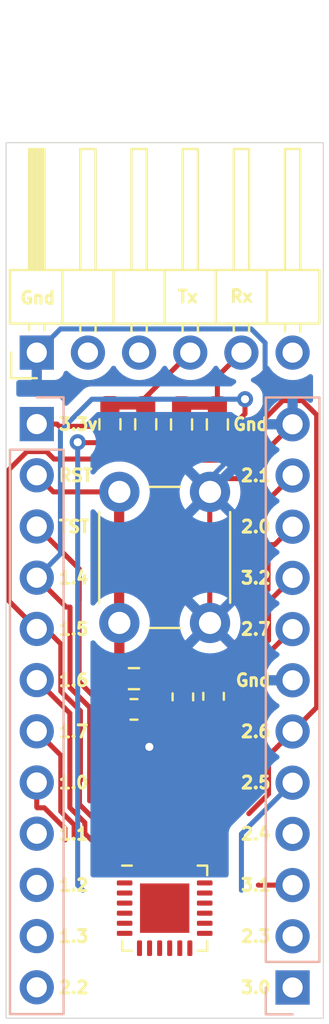
<source format=kicad_pcb>
(kicad_pcb (version 20221018) (generator pcbnew)
  (layers (0 "F.Cu" signal) (31 "B.Cu" signal) (34 "B.Paste" user) (35 "F.Paste" user) (36 "B.SilkS" user "B.Silkscreen") (37 "F.SilkS" user "F.Silkscreen") (38 "B.Mask" user) (39 "F.Mask" user) (44 "Edge.Cuts" user))
  (net 0 "")
  (net 1 "P12")
  (net 2 "P11")
  (net 3 "P10")
  (net 4 "P9")
  (net 5 "P8")
  (net 6 "P7")
  (net 7 "P6")
  (net 8 "P5")
  (net 9 "P4")
  (net 10 "P3")
  (net 11 "P2")
  (net 12 "P1")
  (net 13 "P22")
  (net 14 "P21")
  (net 15 "P20")
  (net 16 "P19")
  (net 17 "P17")
  (net 18 "P16")
  (net 19 "P15")
  (net 20 "P14")
  (net 21 "P13")
  (net 22 "VSS")
  (net 23 "VCC")
  (net 26 "RX")
  (net 27 "TX")
  (footprint "Connector_PinHeader_2.54mm:PinHeader_1x06_P2.54mm_Horizontal" (layer "F.Cu") (at 147.32 65.024 90)
    (fp_text reference "J1" hide)
    (fp_text value "Conn_01x06" hide)
    (fp_line (start -1.27 -1.27) (end 0 -1.27) (stroke (width 0.12)) (layer "F.SilkS"))
    (fp_line (start -1.27 0) (end -1.27 -1.27) (stroke (width 0.12)) (layer "F.SilkS"))
    (fp_line (start 1.042929 2.16) (end 1.44 2.16) (stroke (width 0.12)) (layer "F.SilkS"))
    (fp_line (start 1.042929 2.92) (end 1.44 2.92) (stroke (width 0.12)) (layer "F.SilkS"))
    (fp_line (start 1.042929 4.7) (end 1.44 4.7) (stroke (width 0.12)) (layer "F.SilkS"))
    (fp_line (start 1.042929 5.46) (end 1.44 5.46) (stroke (width 0.12)) (layer "F.SilkS"))
    (fp_line (start 1.042929 7.24) (end 1.44 7.24) (stroke (width 0.12)) (layer "F.SilkS"))
    (fp_line (start 1.042929 8) (end 1.44 8) (stroke (width 0.12)) (layer "F.SilkS"))
    (fp_line (start 1.042929 9.78) (end 1.44 9.78) (stroke (width 0.12)) (layer "F.SilkS"))
    (fp_line (start 1.042929 10.54) (end 1.44 10.54) (stroke (width 0.12)) (layer "F.SilkS"))
    (fp_line (start 1.042929 12.32) (end 1.44 12.32) (stroke (width 0.12)) (layer "F.SilkS"))
    (fp_line (start 1.042929 13.08) (end 1.44 13.08) (stroke (width 0.12)) (layer "F.SilkS"))
    (fp_line (start 1.11 -0.38) (end 1.44 -0.38) (stroke (width 0.12)) (layer "F.SilkS"))
    (fp_line (start 1.11 0.38) (end 1.44 0.38) (stroke (width 0.12)) (layer "F.SilkS"))
    (fp_line (start 1.44 -1.33) (end 1.44 14.03) (stroke (width 0.12)) (layer "F.SilkS"))
    (fp_line (start 1.44 1.27) (end 4.1 1.27) (stroke (width 0.12)) (layer "F.SilkS"))
    (fp_line (start 1.44 3.81) (end 4.1 3.81) (stroke (width 0.12)) (layer "F.SilkS"))
    (fp_line (start 1.44 6.35) (end 4.1 6.35) (stroke (width 0.12)) (layer "F.SilkS"))
    (fp_line (start 1.44 8.89) (end 4.1 8.89) (stroke (width 0.12)) (layer "F.SilkS"))
    (fp_line (start 1.44 11.43) (end 4.1 11.43) (stroke (width 0.12)) (layer "F.SilkS"))
    (fp_line (start 1.44 14.03) (end 4.1 14.03) (stroke (width 0.12)) (layer "F.SilkS"))
    (fp_line (start 4.1 -1.33) (end 1.44 -1.33) (stroke (width 0.12)) (layer "F.SilkS"))
    (fp_line (start 4.1 -0.38) (end 10.1 -0.38) (stroke (width 0.12)) (layer "F.SilkS"))
    (fp_line (start 4.1 -0.32) (end 10.1 -0.32) (stroke (width 0.12)) (layer "F.SilkS"))
    (fp_line (start 4.1 -0.2) (end 10.1 -0.2) (stroke (width 0.12)) (layer "F.SilkS"))
    (fp_line (start 4.1 -0.08) (end 10.1 -0.08) (stroke (width 0.12)) (layer "F.SilkS"))
    (fp_line (start 4.1 0.04) (end 10.1 0.04) (stroke (width 0.12)) (layer "F.SilkS"))
    (fp_line (start 4.1 0.16) (end 10.1 0.16) (stroke (width 0.12)) (layer "F.SilkS"))
    (fp_line (start 4.1 0.28) (end 10.1 0.28) (stroke (width 0.12)) (layer "F.SilkS"))
    (fp_line (start 4.1 2.16) (end 10.1 2.16) (stroke (width 0.12)) (layer "F.SilkS"))
    (fp_line (start 4.1 4.7) (end 10.1 4.7) (stroke (width 0.12)) (layer "F.SilkS"))
    (fp_line (start 4.1 7.24) (end 10.1 7.24) (stroke (width 0.12)) (layer "F.SilkS"))
    (fp_line (start 4.1 9.78) (end 10.1 9.78) (stroke (width 0.12)) (layer "F.SilkS"))
    (fp_line (start 4.1 12.32) (end 10.1 12.32) (stroke (width 0.12)) (layer "F.SilkS"))
    (fp_line (start 4.1 14.03) (end 4.1 -1.33) (stroke (width 0.12)) (layer "F.SilkS"))
    (fp_line (start 10.1 -0.38) (end 10.1 0.38) (stroke (width 0.12)) (layer "F.SilkS"))
    (fp_line (start 10.1 0.38) (end 4.1 0.38) (stroke (width 0.12)) (layer "F.SilkS"))
    (fp_line (start 10.1 2.16) (end 10.1 2.92) (stroke (width 0.12)) (layer "F.SilkS"))
    (fp_line (start 10.1 2.92) (end 4.1 2.92) (stroke (width 0.12)) (layer "F.SilkS"))
    (fp_line (start 10.1 4.7) (end 10.1 5.46) (stroke (width 0.12)) (layer "F.SilkS"))
    (fp_line (start 10.1 5.46) (end 4.1 5.46) (stroke (width 0.12)) (layer "F.SilkS"))
    (fp_line (start 10.1 7.24) (end 10.1 8) (stroke (width 0.12)) (layer "F.SilkS"))
    (fp_line (start 10.1 8) (end 4.1 8) (stroke (width 0.12)) (layer "F.SilkS"))
    (fp_line (start 10.1 9.78) (end 10.1 10.54) (stroke (width 0.12)) (layer "F.SilkS"))
    (fp_line (start 10.1 10.54) (end 4.1 10.54) (stroke (width 0.12)) (layer "F.SilkS"))
    (fp_line (start 10.1 12.32) (end 10.1 13.08) (stroke (width 0.12)) (layer "F.SilkS"))
    (fp_line (start 10.1 13.08) (end 4.1 13.08) (stroke (width 0.12)) (layer "F.SilkS"))
    (pad "1" thru_hole rect (at 0 0 90) (size 1.7 1.7) (drill 1) (layers "*.Cu" "*.Mask") (net 22 "VSS"))
    (pad "2" thru_hole oval (at 0 2.54 90) (size 1.7 1.7) (drill 1) (layers "*.Cu" "*.Mask"))
    (pad "3" thru_hole oval (at 0 5.08 90) (size 1.7 1.7) (drill 1) (layers "*.Cu" "*.Mask"))
    (pad "4" thru_hole oval (at 0 7.62 90) (size 1.7 1.7) (drill 1) (layers "*.Cu" "*.Mask") (net 26 "RX"))
    (pad "5" thru_hole oval (at 0 10.16 90) (size 1.7 1.7) (drill 1) (layers "*.Cu" "*.Mask") (net 27 "TX"))
    (pad "6" thru_hole oval (at 0 12.7 90) (size 1.7 1.7) (drill 1) (layers "*.Cu" "*.Mask"))
  )
  (footprint "Package_DFN_QFN:VQFN-24-1EP_4x4mm_P0.5mm_EP2.45x2.45mm" (layer "F.Cu") (at 153.67 92.583)
    (fp_text reference "U1" hide)
    (fp_text value "MSP430FR2433RGE")
    (fp_line (start -2.11 2.11) (end -2.11 1.635) (stroke (width 0.12)) (layer "F.SilkS"))
    (fp_line (start -1.635 -2.11) (end -2.11 -2.11) (stroke (width 0.12)) (layer "F.SilkS"))
    (fp_line (start -1.635 2.11) (end -2.11 2.11) (stroke (width 0.12)) (layer "F.SilkS"))
    (fp_line (start 1.635 -2.11) (end 2.11 -2.11) (stroke (width 0.12)) (layer "F.SilkS"))
    (fp_line (start 1.635 2.11) (end 2.11 2.11) (stroke (width 0.12)) (layer "F.SilkS"))
    (fp_line (start 2.11 -2.11) (end 2.11 -1.635) (stroke (width 0.12)) (layer "F.SilkS"))
    (fp_line (start 2.11 2.11) (end 2.11 1.635) (stroke (width 0.12)) (layer "F.SilkS"))
    (pad "1" smd roundrect (at -1.9875 -1.25) (size 0.775 0.25) (layers "F.Cu" "F.Paste" "F.Mask") (net 12 "P1"))
    (pad "2" smd roundrect (at -1.9875 -0.75) (size 0.775 0.25) (layers "F.Cu" "F.Paste" "F.Mask") (net 11 "P2"))
    (pad "3" smd roundrect (at -1.9875 -0.25) (size 0.775 0.25) (layers "F.Cu" "F.Paste" "F.Mask") (net 10 "P3"))
    (pad "4" smd roundrect (at -1.9875 0.25) (size 0.775 0.25) (layers "F.Cu" "F.Paste" "F.Mask") (net 9 "P4"))
    (pad "5" smd roundrect (at -1.9875 0.75) (size 0.775 0.25) (layers "F.Cu" "F.Paste" "F.Mask") (net 8 "P5"))
    (pad "6" smd roundrect (at -1.9875 1.25) (size 0.775 0.25) (layers "F.Cu" "F.Paste" "F.Mask") (net 7 "P6"))
    (pad "7" smd roundrect (at -1.25 1.9875) (size 0.25 0.775) (layers "F.Cu" "F.Paste" "F.Mask") (net 6 "P7"))
    (pad "8" smd roundrect (at -0.75 1.9875) (size 0.25 0.775) (layers "F.Cu" "F.Paste" "F.Mask") (net 5 "P8"))
    (pad "9" smd roundrect (at -0.25 1.9875) (size 0.25 0.775) (layers "F.Cu" "F.Paste" "F.Mask") (net 4 "P9"))
    (pad "10" smd roundrect (at 0.25 1.9875) (size 0.25 0.775) (layers "F.Cu" "F.Paste" "F.Mask") (net 3 "P10"))
    (pad "11" smd roundrect (at 0.75 1.9875) (size 0.25 0.775) (layers "F.Cu" "F.Paste" "F.Mask") (net 2 "P11"))
    (pad "12" smd roundrect (at 1.25 1.9875) (size 0.25 0.775) (layers "F.Cu" "F.Paste" "F.Mask") (net 1 "P12"))
    (pad "13" smd roundrect (at 1.9875 1.25) (size 0.775 0.25) (layers "F.Cu" "F.Paste" "F.Mask") (net 21 "P13"))
    (pad "14" smd roundrect (at 1.9875 0.75) (size 0.775 0.25) (layers "F.Cu" "F.Paste" "F.Mask") (net 20 "P14"))
    (pad "15" smd roundrect (at 1.9875 0.25) (size 0.775 0.25) (layers "F.Cu" "F.Paste" "F.Mask") (net 19 "P15"))
    (pad "16" smd roundrect (at 1.9875 -0.25) (size 0.775 0.25) (layers "F.Cu" "F.Paste" "F.Mask") (net 18 "P16"))
    (pad "17" smd roundrect (at 1.9875 -0.75) (size 0.775 0.25) (layers "F.Cu" "F.Paste" "F.Mask") (net 17 "P17"))
    (pad "18" smd roundrect (at 1.9875 -1.25) (size 0.775 0.25) (layers "F.Cu" "F.Paste" "F.Mask") (net 22 "VSS"))
    (pad "19" smd roundrect (at 1.25 -1.9875) (size 0.25 0.775) (layers "F.Cu" "F.Paste" "F.Mask") (net 16 "P19"))
    (pad "20" smd roundrect (at 0.75 -1.9875) (size 0.25 0.775) (layers "F.Cu" "F.Paste" "F.Mask") (net 15 "P20"))
    (pad "21" smd roundrect (at 0.25 -1.9875) (size 0.25 0.775) (layers "F.Cu" "F.Paste" "F.Mask") (net 14 "P21"))
    (pad "22" smd roundrect (at -0.25 -1.9875) (size 0.25 0.775) (layers "F.Cu" "F.Paste" "F.Mask") (net 13 "P22"))
    (pad "23" smd roundrect (at -0.75 -1.9875) (size 0.25 0.775) (layers "F.Cu" "F.Paste" "F.Mask") (net 22 "VSS"))
    (pad "24" smd roundrect (at -1.25 -1.9875) (size 0.25 0.775) (layers "F.Cu" "F.Paste" "F.Mask") (net 23 "VCC"))
    (pad "25" smd rect (at 0 0) (size 2.45 2.45) (layers "F.Cu" "F.Mask"))
  )
  (footprint "Resistor_SMD:R_0603_1608Metric_Pad0.98x0.95mm_HandSolder" (layer "F.Cu") (at 152.7302 68.58 90)
    (fp_text reference "R1" hide)
    (fp_text value "0")
    (fp_line (start -0.254724 -0.5225) (end 0.254724 -0.5225) (stroke (width 0.12)) (layer "F.SilkS"))
    (fp_line (start -0.254724 0.5225) (end 0.254724 0.5225) (stroke (width 0.12)) (layer "F.SilkS"))
    (pad "1" smd roundrect (at -0.9125 0 90) (size 0.975 0.95) (layers "F.Cu" "F.Paste" "F.Mask") (net 9 "P4"))
    (pad "2" smd roundrect (at 0.9125 0 90) (size 0.975 0.95) (layers "F.Cu" "F.Paste" "F.Mask") (net 26 "RX"))
  )
  (footprint "Capacitor_SMD:C_0603_1608Metric_Pad1.05x0.95mm_HandSolder" (layer "F.Cu") (at 152.146 82.723)
    (fp_text reference "C3" hide)
    (fp_text value "1nF")
    (fp_line (start -0.171267 -0.51) (end 0.171267 -0.51) (stroke (width 0.12)) (layer "F.SilkS"))
    (fp_line (start -0.171267 0.51) (end 0.171267 0.51) (stroke (width 0.12)) (layer "F.SilkS"))
    (pad "1" smd roundrect (at -0.875 0) (size 1.05 0.95) (layers "F.Cu" "F.Paste" "F.Mask") (net 12 "P1"))
    (pad "2" smd roundrect (at 0.875 0) (size 1.05 0.95) (layers "F.Cu" "F.Paste" "F.Mask") (net 22 "VSS"))
  )
  (footprint "Capacitor_SMD:C_0603_1608Metric_Pad1.05x0.95mm_HandSolder" (layer "F.Cu") (at 154.573 82.102 -90)
    (fp_text reference "C2" hide)
    (fp_text value "100nF" hide)
    (fp_line (start -0.171267 -0.51) (end 0.171267 -0.51) (stroke (width 0.12)) (layer "F.SilkS"))
    (fp_line (start -0.171267 0.51) (end 0.171267 0.51) (stroke (width 0.12)) (layer "F.SilkS"))
    (pad "1" smd roundrect (at -0.875 0 270) (size 1.05 0.95) (layers "F.Cu" "F.Paste" "F.Mask") (net 23 "VCC"))
    (pad "2" smd roundrect (at 0.875 0 270) (size 1.05 0.95) (layers "F.Cu" "F.Paste" "F.Mask") (net 22 "VSS"))
  )
  (footprint "Button_Switch_THT:SW_PUSH_6mm_H5mm" (layer "F.Cu") (at 151.42 78.434 90)
    (fp_text reference "SW1" hide)
    (fp_text value "SW_Push")
    (fp_line (start -0.25 1.5) (end -0.25 3) (stroke (width 0.12)) (layer "F.SilkS"))
    (fp_line (start 1 5.5) (end 5.5 5.5) (stroke (width 0.12)) (layer "F.SilkS"))
    (fp_line (start 5.5 -1) (end 1 -1) (stroke (width 0.12)) (layer "F.SilkS"))
    (fp_line (start 6.75 3) (end 6.75 1.5) (stroke (width 0.12)) (layer "F.SilkS"))
    (pad "1" thru_hole circle (at 0 0 180) (size 2 2) (drill 1.1) (layers "*.Cu" "*.Mask") (net 12 "P1"))
    (pad "1" thru_hole circle (at 6.5 0 180) (size 2 2) (drill 1.1) (layers "*.Cu" "*.Mask") (net 12 "P1"))
    (pad "2" thru_hole circle (at 0 4.5 180) (size 2 2) (drill 1.1) (layers "*.Cu" "*.Mask") (net 22 "VSS"))
    (pad "2" thru_hole circle (at 6.5 4.5 180) (size 2 2) (drill 1.1) (layers "*.Cu" "*.Mask") (net 22 "VSS"))
  )
  (footprint "Capacitor_SMD:C_0603_1608Metric_Pad1.05x0.95mm_HandSolder" (layer "F.Cu") (at 156.097 82.074 -90)
    (fp_text reference "C1" hide)
    (fp_text value "10uF")
    (fp_line (start -0.171267 -0.51) (end 0.171267 -0.51) (stroke (width 0.12)) (layer "F.SilkS"))
    (fp_line (start -0.171267 0.51) (end 0.171267 0.51) (stroke (width 0.12)) (layer "F.SilkS"))
    (pad "1" smd roundrect (at -0.875 0 270) (size 1.05 0.95) (layers "F.Cu" "F.Paste" "F.Mask") (net 23 "VCC"))
    (pad "2" smd roundrect (at 0.875 0 270) (size 1.05 0.95) (layers "F.Cu" "F.Paste" "F.Mask") (net 22 "VSS"))
  )
  (footprint "Resistor_SMD:R_0603_1608Metric_Pad0.98x0.95mm_HandSolder" (layer "F.Cu") (at 156.2862 68.589 90)
    (fp_text reference "R3" hide)
    (fp_text value "0" hide)
    (fp_line (start -0.254724 -0.5225) (end 0.254724 -0.5225) (stroke (width 0.12)) (layer "F.SilkS"))
    (fp_line (start -0.254724 0.5225) (end 0.254724 0.5225) (stroke (width 0.12)) (layer "F.SilkS"))
    (pad "1" smd roundrect (at -0.9125 0 90) (size 0.975 0.95) (layers "F.Cu" "F.Paste" "F.Mask") (net 10 "P3"))
    (pad "2" smd roundrect (at 0.9125 0 90) (size 0.975 0.95) (layers "F.Cu" "F.Paste" "F.Mask") (net 27 "TX"))
  )
  (footprint "Resistor_SMD:R_0603_1608Metric_Pad0.98x0.95mm_HandSolder" (layer "F.Cu") (at 152.146 81.199 180)
    (fp_text reference "R5" hide)
    (fp_text value "47k" hide)
    (fp_line (start -0.254724 -0.5225) (end 0.254724 -0.5225) (stroke (width 0.12)) (layer "F.SilkS"))
    (fp_line (start -0.254724 0.5225) (end 0.254724 0.5225) (stroke (width 0.12)) (layer "F.SilkS"))
    (pad "1" smd roundrect (at -0.9125 0 180) (size 0.975 0.95) (layers "F.Cu" "F.Paste" "F.Mask") (net 23 "VCC"))
    (pad "2" smd roundrect (at 0.9125 0 180) (size 0.975 0.95) (layers "F.Cu" "F.Paste" "F.Mask") (net 12 "P1"))
  )
  (footprint "Resistor_SMD:R_0603_1608Metric_Pad0.98x0.95mm_HandSolder" (layer "F.Cu") (at 154.5082 68.589 90)
    (fp_text reference "R4" hide)
    (fp_text value "0")
    (fp_line (start -0.254724 -0.5225) (end 0.254724 -0.5225) (stroke (width 0.12)) (layer "F.SilkS"))
    (fp_line (start -0.254724 0.5225) (end 0.254724 0.5225) (stroke (width 0.12)) (layer "F.SilkS"))
    (pad "1" smd roundrect (at -0.9125 0 90) (size 0.975 0.95) (layers "F.Cu" "F.Paste" "F.Mask") (net 17 "P17"))
    (pad "2" smd roundrect (at 0.9125 0 90) (size 0.975 0.95) (layers "F.Cu" "F.Paste" "F.Mask") (net 27 "TX"))
  )
  (footprint "Resistor_SMD:R_0603_1608Metric_Pad0.98x0.95mm_HandSolder" (layer "F.Cu") (at 150.9522 68.58 90)
    (fp_text reference "R2" hide)
    (fp_text value "0")
    (fp_line (start -0.254724 -0.5225) (end 0.254724 -0.5225) (stroke (width 0.12)) (layer "F.SilkS"))
    (fp_line (start -0.254724 0.5225) (end 0.254724 0.5225) (stroke (width 0.12)) (layer "F.SilkS"))
    (pad "1" smd roundrect (at -0.9125 0 90) (size 0.975 0.95) (layers "F.Cu" "F.Paste" "F.Mask") (net 18 "P16"))
    (pad "2" smd roundrect (at 0.9125 0 90) (size 0.975 0.95) (layers "F.Cu" "F.Paste" "F.Mask") (net 26 "RX"))
  )
  (footprint "Connector_PinHeader_2.54mm:PinHeader_1x12_P2.54mm_Vertical" (layer "B.Cu") (at 147.32 68.57 180)
    (fp_text reference "J2" hide)
    (fp_text value "Conn_01x12" hide)
    (fp_line (start -1.33 -29.27) (end 1.33 -29.27) (stroke (width 0.12)) (layer "B.SilkS"))
    (fp_line (start -1.33 -1.27) (end -1.33 -29.27) (stroke (width 0.12)) (layer "B.SilkS"))
    (fp_line (start -1.33 -1.27) (end 1.33 -1.27) (stroke (width 0.12)) (layer "B.SilkS"))
    (fp_line (start -1.33 0) (end -1.33 1.33) (stroke (width 0.12)) (layer "B.SilkS"))
    (fp_line (start -1.33 1.33) (end 0 1.33) (stroke (width 0.12)) (layer "B.SilkS"))
    (fp_line (start 1.33 -1.27) (end 1.33 -29.27) (stroke (width 0.12)) (layer "B.SilkS"))
    (pad "1" thru_hole rect (at 0 0 180) (size 1.7 1.7) (drill 1) (layers "*.Cu" "*.Mask") (net 23 "VCC"))
    (pad "2" thru_hole oval (at 0 -2.54 180) (size 1.7 1.7) (drill 1) (layers "*.Cu" "*.Mask") (net 12 "P1"))
    (pad "3" thru_hole oval (at 0 -5.08 180) (size 1.7 1.7) (drill 1) (layers "*.Cu" "*.Mask") (net 11 "P2"))
    (pad "4" thru_hole oval (at 0 -7.62 180) (size 1.7 1.7) (drill 1) (layers "*.Cu" "*.Mask") (net 10 "P3"))
    (pad "5" thru_hole oval (at 0 -10.16 180) (size 1.7 1.7) (drill 1) (layers "*.Cu" "*.Mask") (net 9 "P4"))
    (pad "6" thru_hole oval (at 0 -12.7 180) (size 1.7 1.7) (drill 1) (layers "*.Cu" "*.Mask") (net 8 "P5"))
    (pad "7" thru_hole oval (at 0 -15.24 180) (size 1.7 1.7) (drill 1) (layers "*.Cu" "*.Mask") (net 7 "P6"))
    (pad "8" thru_hole oval (at 0 -17.78 180) (size 1.7 1.7) (drill 1) (layers "*.Cu" "*.Mask") (net 6 "P7"))
    (pad "9" thru_hole oval (at 0 -20.32 180) (size 1.7 1.7) (drill 1) (layers "*.Cu" "*.Mask") (net 5 "P8"))
    (pad "10" thru_hole oval (at 0 -22.86 180) (size 1.7 1.7) (drill 1) (layers "*.Cu" "*.Mask") (net 4 "P9"))
    (pad "11" thru_hole oval (at 0 -25.4 180) (size 1.7 1.7) (drill 1) (layers "*.Cu" "*.Mask") (net 3 "P10"))
    (pad "12" thru_hole oval (at 0 -27.94 180) (size 1.7 1.7) (drill 1) (layers "*.Cu" "*.Mask") (net 2 "P11"))
  )
  (footprint "Connector_PinHeader_2.54mm:PinHeader_1x12_P2.54mm_Vertical" (layer "B.Cu") (at 160.02 96.52)
    (fp_text reference "J3" hide)
    (fp_text value "Conn_01x12" hide)
    (fp_line (start -1.33 -29.27) (end 1.33 -29.27) (stroke (width 0.12)) (layer "B.SilkS"))
    (fp_line (start -1.33 -1.27) (end -1.33 -29.27) (stroke (width 0.12)) (layer "B.SilkS"))
    (fp_line (start -1.33 -1.27) (end 1.33 -1.27) (stroke (width 0.12)) (layer "B.SilkS"))
    (fp_line (start -1.33 0) (end -1.33 1.33) (stroke (width 0.12)) (layer "B.SilkS"))
    (fp_line (start -1.33 1.33) (end 0 1.33) (stroke (width 0.12)) (layer "B.SilkS"))
    (fp_line (start 1.33 -1.27) (end 1.33 -29.27) (stroke (width 0.12)) (layer "B.SilkS"))
    (pad "1" thru_hole rect (at 0 0) (size 1.7 1.7) (drill 1) (layers "*.Cu" "*.Mask") (net 1 "P12"))
    (pad "2" thru_hole oval (at 0 -2.54) (size 1.7 1.7) (drill 1) (layers "*.Cu" "*.Mask") (net 21 "P13"))
    (pad "3" thru_hole oval (at 0 -5.08) (size 1.7 1.7) (drill 1) (layers "*.Cu" "*.Mask") (net 20 "P14"))
    (pad "4" thru_hole oval (at 0 -7.62) (size 1.7 1.7) (drill 1) (layers "*.Cu" "*.Mask") (net 19 "P15"))
    (pad "5" thru_hole oval (at 0 -10.16) (size 1.7 1.7) (drill 1) (layers "*.Cu" "*.Mask") (net 18 "P16"))
    (pad "6" thru_hole oval (at 0 -12.7) (size 1.7 1.7) (drill 1) (layers "*.Cu" "*.Mask") (net 17 "P17"))
    (pad "7" thru_hole oval (at 0 -15.24) (size 1.7 1.7) (drill 1) (layers "*.Cu" "*.Mask") (net 22 "VSS"))
    (pad "8" thru_hole oval (at 0 -17.78) (size 1.7 1.7) (drill 1) (layers "*.Cu" "*.Mask") (net 16 "P19"))
    (pad "9" thru_hole oval (at 0 -20.32) (size 1.7 1.7) (drill 1) (layers "*.Cu" "*.Mask") (net 15 "P20"))
    (pad "10" thru_hole oval (at 0 -22.86) (size 1.7 1.7) (drill 1) (layers "*.Cu" "*.Mask") (net 14 "P21"))
    (pad "11" thru_hole oval (at 0 -25.4) (size 1.7 1.7) (drill 1) (layers "*.Cu" "*.Mask") (net 13 "P22"))
    (pad "12" thru_hole oval (at 0 -27.94) (size 1.7 1.7) (drill 1) (layers "*.Cu" "*.Mask") (net 22 "VSS"))
  )
  (gr_line (start 161.544 54.61) (end 145.796 54.61) (stroke (width 0.05)) (layer "Edge.Cuts"))
  (gr_line (start 145.796 54.61) (end 145.796 98.044) (stroke (width 0.05)) (layer "Edge.Cuts"))
  (gr_line (start 161.544 98.044) (end 161.544 54.61) (stroke (width 0.05)) (layer "Edge.Cuts"))
  (gr_line (start 145.796 98.044) (end 161.544 98.044) (stroke (width 0.05)) (layer "Edge.Cuts"))
  (gr_text "1.1" (at 148.336 88.9) (layer "F.SilkS") (effects (font (size 0.6 0.6)) (justify left)))
  (gr_text "3.3v" (at 148.336 68.58) (layer "F.SilkS") (effects (font (size 0.6 0.6)) (justify left)))
  (gr_text "1.2" (at 148.336 91.44) (layer "F.SilkS") (effects (font (size 0.6 0.6)) (justify left)))
  (gr_text "TST" (at 148.336 73.66) (layer "F.SilkS") (effects (font (size 0.6 0.6)) (justify left)))
  (gr_text "Gnd" (at 147.3708 62.3062) (layer "F.SilkS") (effects (font (size 0.6 0.6))))
  (gr_text "Tx" (at 154.813 62.254) (layer "F.SilkS") (effects (font (size 0.6 0.6))))
  (gr_text "Rx" (at 157.48 62.23) (layer "F.SilkS") (effects (font (size 0.6 0.6))))
  (gr_text "2.5" (at 159.004 86.36) (layer "F.SilkS") (effects (font (size 0.6 0.6)) (justify right)))
  (gr_text "2.2" (at 148.336 96.52) (layer "F.SilkS") (effects (font (size 0.6 0.6)) (justify left)))
  (gr_text "1.4" (at 148.336 76.2) (layer "F.SilkS") (effects (font (size 0.6 0.6)) (justify left)))
  (gr_text "2.4" (at 159.004 88.9) (layer "F.SilkS") (effects (font (size 0.6 0.6)) (justify right)))
  (gr_text "2.3" (at 159.004 93.98) (layer "F.SilkS") (effects (font (size 0.6 0.6)) (justify right)))
  (gr_text "3.0" (at 159.004 96.52) (layer "F.SilkS") (effects (font (size 0.6 0.6)) (justify right)))
  (gr_text "1.0" (at 148.336 86.36) (layer "F.SilkS") (effects (font (size 0.6 0.6)) (justify left)))
  (gr_text "1.3" (at 148.336 93.98) (layer "F.SilkS") (effects (font (size 0.6 0.6)) (justify left)))
  (gr_text "1.6" (at 148.336 81.28) (layer "F.SilkS") (effects (font (size 0.6 0.6)) (justify left)))
  (gr_text "1.7" (at 148.336 83.82) (layer "F.SilkS") (effects (font (size 0.6 0.6)) (justify left)))
  (gr_text "RST" (at 148.336 71.12) (layer "F.SilkS") (effects (font (size 0.6 0.6)) (justify left)))
  (gr_text "Gnd" (at 158.877 68.58) (layer "F.SilkS") (effects (font (size 0.6 0.6)) (justify right)))
  (gr_text "2.7" (at 159.004 78.74) (layer "F.SilkS") (effects (font (size 0.6 0.6)) (justify right)))
  (gr_text "2.0" (at 159.004 73.66) (layer "F.SilkS") (effects (font (size 0.6 0.6)) (justify right)))
  (gr_text "1.5" (at 148.336 78.74) (layer "F.SilkS") (effects (font (size 0.6 0.6)) (justify left)))
  (gr_text "Gnd" (at 159.004 81.28) (layer "F.SilkS") (effects (font (size 0.6 0.6)) (justify right)))
  (gr_text "2.1" (at 159.004 71.12) (layer "F.SilkS") (effects (font (size 0.6 0.6)) (justify right)))
  (gr_text "3.1" (at 159.004 91.44) (layer "F.SilkS") (effects (font (size 0.6 0.6)) (justify right)))
  (gr_text "3.2" (at 159.004 76.2) (layer "F.SilkS") (effects (font (size 0.6 0.6)) (justify right)))
  (gr_text "2.6" (at 159.004 83.82) (layer "F.SilkS") (effects (font (size 0.6 0.6)) (justify right)))
  (segment (start 147.32 87.5792) (end 147.32 86.35) (width 0.25) (layer "F.Cu") (net 6))
  (segment (start 148.717 88.625299) (end 147.696301 87.6046) (width 0.25) (layer "F.Cu") (net 6))
  (segment (start 148.717 89.2048) (end 148.717 88.625299) (width 0.25) (layer "F.Cu") (net 6))
  (segment (start 147.3454 87.6046) (end 147.32 87.5792) (width 0.25) (layer "F.Cu") (net 6))
  (segment (start 147.696301 87.6046) (end 147.3454 87.6046) (width 0.25) (layer "F.Cu") (net 6))
  (segment (start 148.5138 85.0038) (end 147.32 83.81) (width 0.25) (layer "F.Cu") (net 7))
  (segment (start 148.5138 86.6648) (end 148.5138 85.0038) (width 0.25) (layer "F.Cu") (net 7))
  (segment (start 149.174898 89.026302) (end 149.174898 88.446801) (width 0.25) (layer "F.Cu") (net 7))
  (segment (start 148.512148 87.784051) (end 148.512148 86.666452) (width 0.25) (layer "F.Cu") (net 7))
  (segment (start 149.174898 88.446801) (end 148.512148 87.784051) (width 0.25) (layer "F.Cu") (net 7))
  (segment (start 148.512148 86.666452) (end 148.5138 86.6648) (width 0.25) (layer "F.Cu") (net 7))
  (segment (start 148.9638 86.0878) (end 148.9638 82.9138) (width 0.25) (layer "F.Cu") (net 8))
  (segment (start 148.9638 82.9138) (end 147.32 81.27) (width 0.25) (layer "F.Cu") (net 8))
  (segment (start 148.9638 87.596003) (end 148.9638 86.2584) (width 0.25) (layer "F.Cu") (net 8))
  (segment (start 149.7076 88.343107) (end 148.962148 87.597655) (width 0.25) (layer "F.Cu") (net 8))
  (segment (start 149.7076 88.8746) (end 149.7076 88.343107) (width 0.25) (layer "F.Cu") (net 8))
  (segment (start 148.962148 87.597655) (end 148.9638 87.596003) (width 0.25) (layer "F.Cu") (net 8))
  (segment (start 148.9638 86.36) (end 148.9638 86.0878) (width 0.25) (layer "F.Cu") (net 8))
  (segment (start 150.229 89.396) (end 149.7076 88.8746) (width 0.25) (layer "F.Cu") (net 8))
  (segment (start 146.833299 69.935) (end 145.9484 70.819899) (width 0.25) (layer "F.Cu") (net 9))
  (segment (start 148.5138 79.4766) (end 147.7672 78.73) (width 0.25) (layer "F.Cu") (net 9))
  (segment (start 150.1576 88.588) (end 150.1576 88.156711) (width 0.25) (layer "F.Cu") (net 9))
  (segment (start 147.806701 69.935) (end 146.833299 69.935) (width 0.25) (layer "F.Cu") (net 9))
  (segment (start 148.176701 70.305) (end 147.806701 69.935) (width 0.25) (layer "F.Cu") (net 9))
  (segment (start 149.440644 86.296756) (end 149.488798 86.248602) (width 0.25) (layer "F.Cu") (net 9))
  (segment (start 150.1576 88.156711) (end 149.440644 87.439755) (width 0.25) (layer "F.Cu") (net 9))
  (segment (start 145.9484 77.3584) (end 147.32 78.73) (width 0.25) (layer "F.Cu") (net 9))
  (segment (start 152.7302 69.4925) (end 151.9177 70.305) (width 0.25) (layer "F.Cu") (net 9))
  (segment (start 148.5138 81.827404) (end 148.5138 79.4766) (width 0.25) (layer "F.Cu") (net 9))
  (segment (start 149.488798 86.248602) (end 149.488798 82.802402) (width 0.25) (layer "F.Cu") (net 9))
  (segment (start 149.440644 87.439755) (end 149.440644 86.296756) (width 0.25) (layer "F.Cu") (net 9))
  (segment (start 145.9484 70.819899) (end 145.9484 77.3584) (width 0.25) (layer "F.Cu") (net 9))
  (segment (start 147.7672 78.73) (end 147.32 78.73) (width 0.25) (layer "F.Cu") (net 9))
  (segment (start 151.9177 70.305) (end 148.176701 70.305) (width 0.25) (layer "F.Cu") (net 9))
  (segment (start 149.488798 82.802402) (end 148.5138 81.827404) (width 0.25) (layer "F.Cu") (net 9))
  (segment (start 149.946696 87.260892) (end 149.946696 85.816104) (width 0.25) (layer "F.Cu") (net 10))
  (segment (start 149.946696 86.070104) (end 149.946696 82.623904) (width 0.25) (layer "F.Cu") (net 10))
  (segment (start 148.971 81.648208) (end 148.971 77.6478) (width 0.25) (layer "F.Cu") (net 10))
  (segment (start 149.946696 82.623904) (end 148.971 81.648208) (width 0.25) (layer "F.Cu") (net 10))
  (segment (start 148.971 77.6478) (end 148.7778 77.6478) (width 0.25) (layer "F.Cu") (net 10))
  (segment (start 157.6578 67.3354) (end 157.6578 68.0574) (width 0.25) (layer "F.Cu") (net 10))
  (segment (start 148.7778 77.6478) (end 147.32 76.19) (width 0.25) (layer "F.Cu") (net 10))
  (segment (start 157.6578 68.0574) (end 156.2862 69.429) (width 0.25) (layer "F.Cu") (net 10))
  (via (at 157.6578 67.3354) (size 0.8) (drill 0.4) (layers "F.Cu" "B.Cu") (net 10))
  (segment (start 150.053895 67.3354) (end 148.495 68.894295) (width 0.25) (layer "B.Cu") (net 10))
  (segment (start 148.495 75.015) (end 147.32 76.19) (width 0.25) (layer "B.Cu") (net 10))
  (segment (start 150.053895 67.3354) (end 157.6578 67.3354) (width 0.25) (layer "B.Cu") (net 10))
  (segment (start 148.495 68.894295) (end 148.495 75.015) (width 0.25) (layer "B.Cu") (net 10))
  (segment (start 149.4282 77.3176) (end 149.4282 75.7582) (width 0.25) (layer "F.Cu") (net 11))
  (segment (start 150.396696 82.331896) (end 149.421 81.3562) (width 0.25) (layer "F.Cu") (net 11))
  (segment (start 149.4282 75.7582) (end 147.32 73.65) (width 0.25) (layer "F.Cu") (net 11))
  (segment (start 149.421 77.3248) (end 149.4282 77.3176) (width 0.25) (layer "F.Cu") (net 11))
  (segment (start 150.396696 87.074496) (end 150.396696 82.331896) (width 0.25) (layer "F.Cu") (net 11))
  (segment (start 149.421 81.3562) (end 149.421 77.3248) (width 0.25) (layer "F.Cu") (net 11))
  (segment (start 151.0792 82.9148) (end 151.271 82.723) (width 0.25) (layer "F.Cu") (net 12))
  (segment (start 151.0811 78.1031) (end 151.4094 77.7748) (width 0.508) (layer "F.Cu") (net 12))
  (segment (start 151.42 81.0125) (end 151.2335 81.199) (width 0.508) (layer "F.Cu") (net 12))
  (segment (start 151.42 78.434) (end 151.42 81.0125) (width 0.508) (layer "F.Cu") (net 12))
  (segment (start 151.4094 77.7748) (end 151.4094 71.2748) (width 0.508) (layer "F.Cu") (net 12))
  (segment (start 148.144 71.934) (end 147.32 71.11) (width 0.25) (layer "F.Cu") (net 12))
  (segment (start 151.2335 81.199) (end 151.2335 82.6855) (width 0.508) (layer "F.Cu") (net 12))
  (segment (start 151.42 71.934) (end 148.144 71.934) (width 0.25) (layer "F.Cu") (net 12))
  (segment (start 151.0792 85.9536) (end 151.0792 82.9148) (width 0.25) (layer "F.Cu") (net 12))
  (segment (start 151.2335 82.6855) (end 151.271 82.723) (width 0.508) (layer "F.Cu") (net 12))
  (segment (start 158.3508 76.5484) (end 158.3508 72.7892) (width 0.25) (layer "F.Cu") (net 13))
  (segment (start 156.903 84.455) (end 156.903 79.693812) (width 0.25) (layer "F.Cu") (net 13))
  (segment (start 157.744606 78.852206) (end 157.744606 77.175806) (width 0.25) (layer "F.Cu") (net 13))
  (segment (start 157.734 77.1652) (end 158.3508 76.5484) (width 0.25) (layer "F.Cu") (net 13))
  (segment (start 156.903 79.693812) (end 157.744606 78.852206) (width 0.25) (layer "F.Cu") (net 13))
  (segment (start 154.9152 84.455) (end 156.903 84.455) (width 0.25) (layer "F.Cu") (net 13))
  (segment (start 158.3508 72.7892) (end 160.02 71.12) (width 0.25) (layer "F.Cu") (net 13))
  (segment (start 157.744606 77.175806) (end 157.734 77.1652) (width 0.25) (layer "F.Cu") (net 13))
  (segment (start 153.42 85.9502) (end 154.9152 84.455) (width 0.25) (layer "F.Cu") (net 13))
  (segment (start 155.054596 84.952) (end 157.353 84.952) (width 0.25) (layer "F.Cu") (net 14))
  (segment (start 158.8008 74.549) (end 159.131 74.549) (width 0.25) (layer "F.Cu") (net 14))
  (segment (start 159.131 74.549) (end 160.02 73.66) (width 0.25) (layer "F.Cu") (net 14))
  (segment (start 158.194606 77.388998) (end 158.8008 76.782804) (width 0.25) (layer "F.Cu") (net 14))
  (segment (start 158.8008 76.782804) (end 158.8008 74.549) (width 0.25) (layer "F.Cu") (net 14))
  (segment (start 153.92 86.086596) (end 155.054596 84.952) (width 0.25) (layer "F.Cu") (net 14))
  (segment (start 158.194606 79.038602) (end 158.194606 77.388998) (width 0.25) (layer "F.Cu") (net 14))
  (segment (start 157.353 79.880208) (end 158.194606 79.038602) (width 0.25) (layer "F.Cu") (net 14))
  (segment (start 157.353 84.952) (end 157.353 79.880208) (width 0.25) (layer "F.Cu") (net 14))
  (segment (start 157.885702 85.063902) (end 157.885702 79.983902) (width 0.25) (layer "F.Cu") (net 15))
  (segment (start 155.240992 85.402) (end 157.547604 85.402) (width 0.25) (layer "F.Cu") (net 15))
  (segment (start 157.885702 79.983902) (end 158.381002 79.488602) (width 0.25) (layer "F.Cu") (net 15))
  (segment (start 157.547604 85.402) (end 157.885702 85.063902) (width 0.25) (layer "F.Cu") (net 15))
  (segment (start 158.8262 79.297404) (end 158.8262 77.3938) (width 0.25) (layer "F.Cu") (net 15))
  (segment (start 158.8262 77.3938) (end 160.02 76.2) (width 0.25) (layer "F.Cu") (net 15))
  (segment (start 158.381002 79.488602) (end 158.635002 79.488602) (width 0.25) (layer "F.Cu") (net 15))
  (segment (start 158.635002 79.488602) (end 158.8262 79.297404) (width 0.25) (layer "F.Cu") (net 15))
  (segment (start 155.7265 85.852) (end 157.734 85.852) (width 0.25) (layer "F.Cu") (net 16))
  (segment (start 157.734 85.852) (end 158.3436 85.2424) (width 0.25) (layer "F.Cu") (net 16))
  (segment (start 158.3436 85.2424) (end 158.3436 80.1624) (width 0.25) (layer "F.Cu") (net 16))
  (segment (start 158.3436 80.1624) (end 158.5976 80.1624) (width 0.25) (layer "F.Cu") (net 16))
  (segment (start 158.5976 80.1624) (end 160.02 78.74) (width 0.25) (layer "F.Cu") (net 16))
  (segment (start 161.2138 82.6262) (end 160.02 83.82) (width 0.25) (layer "F.Cu") (net 17))
  (segment (start 157.847604 87.896) (end 158.8262 86.917404) (width 0.25) (layer "F.Cu") (net 17))
  (segment (start 160.506701 67.405) (end 161.2138 68.112099) (width 0.25) (layer "F.Cu") (net 17))
  (segment (start 155.321 70.358) (end 154.5082 69.5452) (width 0.25) (layer "F.Cu") (net 17))
  (segment (start 157.215299 69.855396) (end 156.712695 70.358) (width 0.25) (layer "F.Cu") (net 17))
  (segment (start 161.2138 68.112099) (end 161.2138 82.6262) (width 0.25) (layer "F.Cu") (net 17))
  (segment (start 158.8262 86.917404) (end 158.8262 85.0138) (width 0.25) (layer "F.Cu") (net 17))
  (segment (start 157.215299 69.723) (end 157.215299 69.855396) (width 0.25) (layer "F.Cu") (net 17))
  (segment (start 156.712695 70.358) (end 155.321 70.358) (width 0.25) (layer "F.Cu") (net 17))
  (segment (start 158.8262 85.0138) (end 160.02 83.82) (width 0.25) (layer "F.Cu") (net 17))
  (segment (start 157.215299 69.723) (end 159.533299 67.405) (width 0.25) (layer "F.Cu") (net 17))
  (segment (start 154.5082 69.5452) (end 154.5082 69.5015) (width 0.25) (layer "F.Cu") (net 17))
  (segment (start 159.533299 67.405) (end 160.506701 67.405) (width 0.25) (layer "F.Cu") (net 17))
  (segment (start 150.9522 69.4925) (end 149.3755 69.4925) (width 0.25) (layer "F.Cu") (net 18))
  (segment (start 157.984 88.396) (end 160.02 86.36) (width 0.25) (layer "F.Cu") (net 18))
  (segment (start 149.3755 69.4925) (end 149.352 69.469) (width 0.25) (layer "F.Cu") (net 18))
  (via (at 149.352 69.469) (size 0.8) (drill 0.4) (layers "F.Cu" "B.Cu") (net 18))
  (segment (start 149.352 69.469) (end 149.352 91.44) (width 0.25) (layer "B.Cu") (net 18))
  (segment (start 160.02 86.36) (end 157.48 88.9) (width 0.25) (layer "B.Cu") (net 18))
  (segment (start 149.352 91.44) (end 149.606 91.694) (width 0.25) (layer "B.Cu") (net 18))
  (segment (start 157.48 88.9) (end 157.48 91.694) (width 0.25) (layer "B.Cu") (net 18))
  (segment (start 158.3182 91.44) (end 160.02 91.44) (width 0.25) (layer "F.Cu") (net 20))
  (segment (start 154.4206 83.1294) (end 154.573 82.977) (width 0.25) (layer "F.Cu") (net 22))
  (segment (start 156.069 82.977) (end 156.097 82.949) (width 0.508) (layer "F.Cu") (net 22))
  (segment (start 153.021 82.723) (end 154.319 82.723) (width 0.508) (layer "F.Cu") (net 22))
  (segment (start 155.9094 71.2748) (end 157.3252 71.2748) (width 0.25) (layer "F.Cu") (net 22))
  (segment (start 152.92 85.6622) (end 154.4206 84.1616) (width 0.25) (layer "F.Cu") (net 22))
  (segment (start 154.4206 84.1616) (end 154.4206 83.1294) (width 0.25) (layer "F.Cu") (net 22))
  (segment (start 155.9094 77.7748) (end 155.9094 71.2748) (width 0.25) (layer "F.Cu") (net 22))
  (segment (start 157.3252 71.2748) (end 160.02 68.58) (width 0.25) (layer "F.Cu") (net 22))
  (segment (start 154.573 82.977) (end 156.069 82.977) (width 0.508) (layer "F.Cu") (net 22))
  (segment (start 152.92 85.6622) (end 152.908 85.6502) (width 0.25) (layer "F.Cu") (net 22))
  (segment (start 152.908 85.6502) (end 152.908 84.582) (width 0.25) (layer "F.Cu") (net 22))
  (segment (start 154.319 82.723) (end 154.573 82.977) (width 0.508) (layer "F.Cu") (net 22))
  (via (at 152.908 84.582) (size 0.8) (drill 0.4) (layers "F.Cu" "B.Cu") (net 22))
  (segment (start 158.655 64.537299) (end 157.966701 63.849) (width 0.25) (layer "B.Cu") (net 22))
  (segment (start 158.655 68.5292) (end 158.655 64.537299) (width 0.25) (layer "B.Cu") (net 22))
  (segment (start 155.9094 71.2748) (end 158.655 68.5292) (width 0.25) (layer "B.Cu") (net 22))
  (segment (start 148.495 63.849) (end 147.32 65.024) (width 0.25) (layer "B.Cu") (net 22))
  (segment (start 157.966701 63.849) (end 148.495 63.849) (width 0.25) (layer "B.Cu") (net 22))
  (segment (start 153.5302 68.9482) (end 153.262 68.68) (width 0.25) (layer "F.Cu") (net 23))
  (segment (start 154.573 81.227) (end 156.069 81.227) (width 0.508) (layer "F.Cu") (net 23))
  (segment (start 148.326 68.57) (end 147.32 68.57) (width 0.25) (layer "F.Cu") (net 23))
  (segment (start 148.436 68.68) (end 148.326 68.57) (width 0.25) (layer "F.Cu") (net 23))
  (segment (start 153.5302 80.7273) (end 153.5302 68.9482) (width 0.25) (layer "F.Cu") (net 23))
  (segment (start 153.262 68.68) (end 148.436 68.68) (width 0.25) (layer "F.Cu") (net 23))
  (segment (start 153.0585 81.199) (end 154.545 81.199) (width 0.508) (layer "F.Cu") (net 23))
  (segment (start 154.545 81.199) (end 154.573 81.227) (width 0.508) (layer "F.Cu") (net 23))
  (segment (start 153.0585 81.199) (end 153.5302 80.7273) (width 0.25) (layer "F.Cu") (net 23))
  (segment (start 153.0585 81.199) (end 152.146 82.1115) (width 0.25) (layer "F.Cu") (net 23))
  (segment (start 156.069 81.227) (end 156.097 81.199) (width 0.508) (layer "F.Cu") (net 23))
  (segment (start 152.7302 67.2338) (end 154.94 65.024) (width 0.25) (layer "F.Cu") (net 26))
  (segment (start 150.9522 67.595) (end 152.7302 67.595) (width 0.508) (layer "F.Cu") (net 26))
  (segment (start 152.7302 67.6675) (end 152.7302 67.2338) (width 0.25) (layer "F.Cu") (net 26))
  (segment (start 156.2862 66.2178) (end 157.48 65.024) (width 0.25) (layer "F.Cu") (net 27))
  (segment (start 154.5082 67.604) (end 156.2862 67.604) (width 0.508) (layer "F.Cu") (net 27))
  (segment (start 156.2862 67.6765) (end 156.2862 66.2178) (width 0.25) (layer "F.Cu") (net 27))
  (zone (net 22) (net_name "VSS") (layer "B.Cu") (connect_pads (clearance 0.508)) (min_thickness 0.254) (fill yes (thermal_gap 0.508) (thermal_bridge_width 0.508))
    (polygon (pts (xy 161.544 98.044) (xy 145.796 98.044) (xy 145.796 63.754) (xy 161.544 63.754)))
  )
)
</source>
